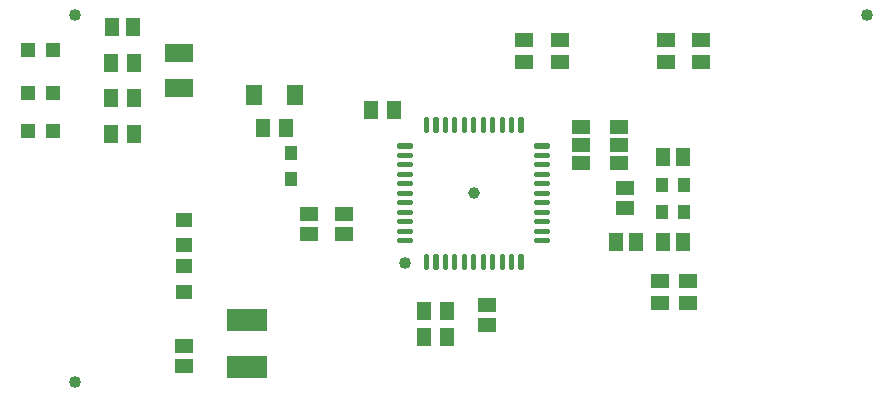
<source format=gbr>
G04 EAGLE Gerber RS-274X export*
G75*
%MOMM*%
%FSLAX34Y34*%
%LPD*%
%INSolderpaste Top*%
%IPPOS*%
%AMOC8*
5,1,8,0,0,1.08239X$1,22.5*%
G01*
%ADD10R,1.500000X1.300000*%
%ADD11R,1.300000X1.500000*%
%ADD12R,2.400000X1.600000*%
%ADD13R,1.400000X1.800000*%
%ADD14R,3.400000X1.900000*%
%ADD15C,1.016000*%
%ADD16R,1.000000X1.200000*%
%ADD17R,1.200000X1.200000*%
%ADD18C,0.360000*%
%ADD19C,1.000000*%
%ADD20R,1.050000X1.300000*%
%ADD21R,1.400000X1.200000*%
%ADD22R,1.600200X1.168400*%


D10*
X162090Y43430D03*
X162090Y60430D03*
D11*
X527500Y148000D03*
X544500Y148000D03*
X567500Y148000D03*
X584500Y148000D03*
X567500Y220000D03*
X584500Y220000D03*
D10*
X267700Y154800D03*
X267700Y171800D03*
X297860Y171860D03*
X297860Y154860D03*
X418870Y94790D03*
X418870Y77790D03*
D12*
X157500Y278200D03*
X157500Y308200D03*
D11*
X101500Y330000D03*
X118500Y330000D03*
D13*
X221700Y272500D03*
X255700Y272500D03*
D14*
X215600Y42700D03*
X215600Y81700D03*
D15*
X349000Y130000D03*
X70000Y30000D03*
X740000Y340000D03*
D16*
X252300Y223100D03*
X252300Y201100D03*
D17*
X51300Y310600D03*
X30300Y310600D03*
D10*
X535200Y193780D03*
X535200Y176780D03*
D17*
X30300Y242500D03*
X51300Y242500D03*
X30300Y274400D03*
X51300Y274400D03*
D18*
X367850Y136600D02*
X367850Y126200D01*
X366950Y126200D01*
X366950Y136600D01*
X367850Y136600D01*
X367850Y129620D02*
X366950Y129620D01*
X366950Y133040D02*
X367850Y133040D01*
X367850Y136460D02*
X366950Y136460D01*
X375850Y136600D02*
X375850Y126200D01*
X374950Y126200D01*
X374950Y136600D01*
X375850Y136600D01*
X375850Y129620D02*
X374950Y129620D01*
X374950Y133040D02*
X375850Y133040D01*
X375850Y136460D02*
X374950Y136460D01*
X383850Y136600D02*
X383850Y126200D01*
X382950Y126200D01*
X382950Y136600D01*
X383850Y136600D01*
X383850Y129620D02*
X382950Y129620D01*
X382950Y133040D02*
X383850Y133040D01*
X383850Y136460D02*
X382950Y136460D01*
X391850Y136600D02*
X391850Y126200D01*
X390950Y126200D01*
X390950Y136600D01*
X391850Y136600D01*
X391850Y129620D02*
X390950Y129620D01*
X390950Y133040D02*
X391850Y133040D01*
X391850Y136460D02*
X390950Y136460D01*
X399850Y136600D02*
X399850Y126200D01*
X398950Y126200D01*
X398950Y136600D01*
X399850Y136600D01*
X399850Y129620D02*
X398950Y129620D01*
X398950Y133040D02*
X399850Y133040D01*
X399850Y136460D02*
X398950Y136460D01*
X407850Y136600D02*
X407850Y126200D01*
X406950Y126200D01*
X406950Y136600D01*
X407850Y136600D01*
X407850Y129620D02*
X406950Y129620D01*
X406950Y133040D02*
X407850Y133040D01*
X407850Y136460D02*
X406950Y136460D01*
X415850Y136600D02*
X415850Y126200D01*
X414950Y126200D01*
X414950Y136600D01*
X415850Y136600D01*
X415850Y129620D02*
X414950Y129620D01*
X414950Y133040D02*
X415850Y133040D01*
X415850Y136460D02*
X414950Y136460D01*
X423850Y136600D02*
X423850Y126200D01*
X422950Y126200D01*
X422950Y136600D01*
X423850Y136600D01*
X423850Y129620D02*
X422950Y129620D01*
X422950Y133040D02*
X423850Y133040D01*
X423850Y136460D02*
X422950Y136460D01*
X431850Y136600D02*
X431850Y126200D01*
X430950Y126200D01*
X430950Y136600D01*
X431850Y136600D01*
X431850Y129620D02*
X430950Y129620D01*
X430950Y133040D02*
X431850Y133040D01*
X431850Y136460D02*
X430950Y136460D01*
X439850Y136600D02*
X439850Y126200D01*
X438950Y126200D01*
X438950Y136600D01*
X439850Y136600D01*
X439850Y129620D02*
X438950Y129620D01*
X438950Y133040D02*
X439850Y133040D01*
X439850Y136460D02*
X438950Y136460D01*
X447850Y136600D02*
X447850Y126200D01*
X446950Y126200D01*
X446950Y136600D01*
X447850Y136600D01*
X447850Y129620D02*
X446950Y129620D01*
X446950Y133040D02*
X447850Y133040D01*
X447850Y136460D02*
X446950Y136460D01*
X470600Y148950D02*
X470600Y149850D01*
X470600Y148950D02*
X460200Y148950D01*
X460200Y149850D01*
X470600Y149850D01*
X470600Y156950D02*
X470600Y157850D01*
X470600Y156950D02*
X460200Y156950D01*
X460200Y157850D01*
X470600Y157850D01*
X470600Y164950D02*
X470600Y165850D01*
X470600Y164950D02*
X460200Y164950D01*
X460200Y165850D01*
X470600Y165850D01*
X470600Y172950D02*
X470600Y173850D01*
X470600Y172950D02*
X460200Y172950D01*
X460200Y173850D01*
X470600Y173850D01*
X470600Y180950D02*
X470600Y181850D01*
X470600Y180950D02*
X460200Y180950D01*
X460200Y181850D01*
X470600Y181850D01*
X470600Y188950D02*
X470600Y189850D01*
X470600Y188950D02*
X460200Y188950D01*
X460200Y189850D01*
X470600Y189850D01*
X470600Y196950D02*
X470600Y197850D01*
X470600Y196950D02*
X460200Y196950D01*
X460200Y197850D01*
X470600Y197850D01*
X470600Y204950D02*
X470600Y205850D01*
X470600Y204950D02*
X460200Y204950D01*
X460200Y205850D01*
X470600Y205850D01*
X470600Y212950D02*
X470600Y213850D01*
X470600Y212950D02*
X460200Y212950D01*
X460200Y213850D01*
X470600Y213850D01*
X470600Y220950D02*
X470600Y221850D01*
X470600Y220950D02*
X460200Y220950D01*
X460200Y221850D01*
X470600Y221850D01*
X470600Y228950D02*
X470600Y229850D01*
X470600Y228950D02*
X460200Y228950D01*
X460200Y229850D01*
X470600Y229850D01*
X447850Y242200D02*
X447850Y252600D01*
X447850Y242200D02*
X446950Y242200D01*
X446950Y252600D01*
X447850Y252600D01*
X447850Y245620D02*
X446950Y245620D01*
X446950Y249040D02*
X447850Y249040D01*
X447850Y252460D02*
X446950Y252460D01*
X439850Y252600D02*
X439850Y242200D01*
X438950Y242200D01*
X438950Y252600D01*
X439850Y252600D01*
X439850Y245620D02*
X438950Y245620D01*
X438950Y249040D02*
X439850Y249040D01*
X439850Y252460D02*
X438950Y252460D01*
X431850Y252600D02*
X431850Y242200D01*
X430950Y242200D01*
X430950Y252600D01*
X431850Y252600D01*
X431850Y245620D02*
X430950Y245620D01*
X430950Y249040D02*
X431850Y249040D01*
X431850Y252460D02*
X430950Y252460D01*
X423850Y252600D02*
X423850Y242200D01*
X422950Y242200D01*
X422950Y252600D01*
X423850Y252600D01*
X423850Y245620D02*
X422950Y245620D01*
X422950Y249040D02*
X423850Y249040D01*
X423850Y252460D02*
X422950Y252460D01*
X415850Y252600D02*
X415850Y242200D01*
X414950Y242200D01*
X414950Y252600D01*
X415850Y252600D01*
X415850Y245620D02*
X414950Y245620D01*
X414950Y249040D02*
X415850Y249040D01*
X415850Y252460D02*
X414950Y252460D01*
X407850Y252600D02*
X407850Y242200D01*
X406950Y242200D01*
X406950Y252600D01*
X407850Y252600D01*
X407850Y245620D02*
X406950Y245620D01*
X406950Y249040D02*
X407850Y249040D01*
X407850Y252460D02*
X406950Y252460D01*
X399850Y252600D02*
X399850Y242200D01*
X398950Y242200D01*
X398950Y252600D01*
X399850Y252600D01*
X399850Y245620D02*
X398950Y245620D01*
X398950Y249040D02*
X399850Y249040D01*
X399850Y252460D02*
X398950Y252460D01*
X391850Y252600D02*
X391850Y242200D01*
X390950Y242200D01*
X390950Y252600D01*
X391850Y252600D01*
X391850Y245620D02*
X390950Y245620D01*
X390950Y249040D02*
X391850Y249040D01*
X391850Y252460D02*
X390950Y252460D01*
X383850Y252600D02*
X383850Y242200D01*
X382950Y242200D01*
X382950Y252600D01*
X383850Y252600D01*
X383850Y245620D02*
X382950Y245620D01*
X382950Y249040D02*
X383850Y249040D01*
X383850Y252460D02*
X382950Y252460D01*
X375850Y252600D02*
X375850Y242200D01*
X374950Y242200D01*
X374950Y252600D01*
X375850Y252600D01*
X375850Y245620D02*
X374950Y245620D01*
X374950Y249040D02*
X375850Y249040D01*
X375850Y252460D02*
X374950Y252460D01*
X367850Y252600D02*
X367850Y242200D01*
X366950Y242200D01*
X366950Y252600D01*
X367850Y252600D01*
X367850Y245620D02*
X366950Y245620D01*
X366950Y249040D02*
X367850Y249040D01*
X367850Y252460D02*
X366950Y252460D01*
X354600Y229850D02*
X354600Y228950D01*
X344200Y228950D01*
X344200Y229850D01*
X354600Y229850D01*
X354600Y221850D02*
X354600Y220950D01*
X344200Y220950D01*
X344200Y221850D01*
X354600Y221850D01*
X354600Y213850D02*
X354600Y212950D01*
X344200Y212950D01*
X344200Y213850D01*
X354600Y213850D01*
X354600Y205850D02*
X354600Y204950D01*
X344200Y204950D01*
X344200Y205850D01*
X354600Y205850D01*
X354600Y197850D02*
X354600Y196950D01*
X344200Y196950D01*
X344200Y197850D01*
X354600Y197850D01*
X354600Y189850D02*
X354600Y188950D01*
X344200Y188950D01*
X344200Y189850D01*
X354600Y189850D01*
X354600Y181850D02*
X354600Y180950D01*
X344200Y180950D01*
X344200Y181850D01*
X354600Y181850D01*
X354600Y173850D02*
X354600Y172950D01*
X344200Y172950D01*
X344200Y173850D01*
X354600Y173850D01*
X354600Y165850D02*
X354600Y164950D01*
X344200Y164950D01*
X344200Y165850D01*
X354600Y165850D01*
X354600Y157850D02*
X354600Y156950D01*
X344200Y156950D01*
X344200Y157850D01*
X354600Y157850D01*
X354600Y149850D02*
X354600Y148950D01*
X344200Y148950D01*
X344200Y149850D01*
X354600Y149850D01*
D19*
X407400Y189400D03*
D20*
X566750Y196780D03*
X566750Y173780D03*
X585250Y173780D03*
X585250Y196780D03*
D21*
X162000Y127450D03*
X162000Y105450D03*
X162000Y145190D03*
X162000Y167190D03*
D11*
X365580Y67460D03*
X384580Y67460D03*
X365470Y89450D03*
X384470Y89450D03*
X100500Y300000D03*
X119500Y300000D03*
X100500Y240000D03*
X119500Y240000D03*
X100500Y270000D03*
X119500Y270000D03*
X248200Y244400D03*
X229200Y244400D03*
D22*
X498000Y214760D03*
X498000Y230000D03*
X498000Y245240D03*
X530000Y214760D03*
X530000Y230000D03*
X530000Y245240D03*
D10*
X565000Y96500D03*
X565000Y115500D03*
X589000Y115500D03*
X589000Y96500D03*
X480000Y300500D03*
X480000Y319500D03*
X570000Y300500D03*
X570000Y319500D03*
X600000Y300500D03*
X600000Y319500D03*
X450000Y300500D03*
X450000Y319500D03*
D11*
X320500Y260000D03*
X339500Y260000D03*
D15*
X70000Y340000D03*
M02*

</source>
